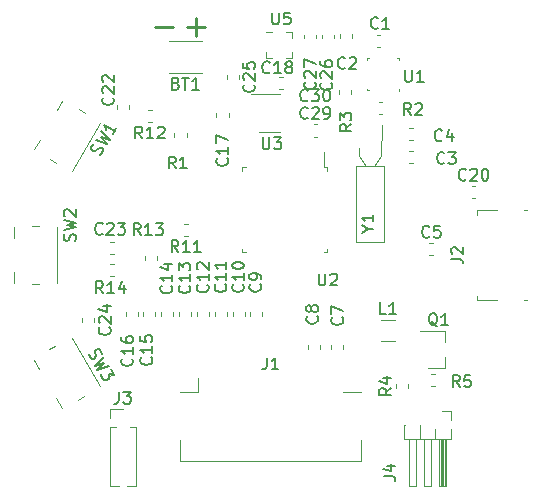
<source format=gbr>
G04 #@! TF.GenerationSoftware,KiCad,Pcbnew,5.1.8-1.fc33*
G04 #@! TF.CreationDate,2020-12-23T22:24:44+01:00*
G04 #@! TF.ProjectId,venom,76656e6f-6d2e-46b6-9963-61645f706362,rev?*
G04 #@! TF.SameCoordinates,Original*
G04 #@! TF.FileFunction,Legend,Top*
G04 #@! TF.FilePolarity,Positive*
%FSLAX46Y46*%
G04 Gerber Fmt 4.6, Leading zero omitted, Abs format (unit mm)*
G04 Created by KiCad (PCBNEW 5.1.8-1.fc33) date 2020-12-23 22:24:44*
%MOMM*%
%LPD*%
G01*
G04 APERTURE LIST*
%ADD10C,0.220000*%
%ADD11C,0.120000*%
%ADD12C,0.100000*%
%ADD13C,0.150000*%
G04 APERTURE END LIST*
D10*
X149728095Y-99482857D02*
X151251904Y-99482857D01*
X152400095Y-99456857D02*
X153923904Y-99456857D01*
X153162000Y-100218761D02*
X153162000Y-98694952D01*
D11*
X168905000Y-110374000D02*
X168910000Y-107797600D01*
X168305000Y-111274000D02*
X168905000Y-110374000D01*
X167005000Y-110374000D02*
X167005000Y-109702600D01*
X167605000Y-111274000D02*
X167005000Y-110374000D01*
X169155000Y-111274000D02*
X166755000Y-111274000D01*
X169155000Y-117674000D02*
X169155000Y-111274000D01*
X166755000Y-117674000D02*
X169155000Y-117674000D01*
X166755000Y-111274000D02*
X166755000Y-117674000D01*
D12*
X170370000Y-104680000D02*
X170370000Y-104930000D01*
X167670000Y-104830000D02*
X167670000Y-104680000D01*
X167820000Y-104830000D02*
X167670000Y-104830000D01*
X167670000Y-102130000D02*
X167820000Y-102130000D01*
X167670000Y-102130000D02*
X167670000Y-102280000D01*
X170370000Y-102130000D02*
X170370000Y-102280000D01*
X170370000Y-102120000D02*
X170220000Y-102120000D01*
D11*
X153350000Y-130410000D02*
X153350000Y-129210000D01*
X167160000Y-136210000D02*
X167160000Y-134470000D01*
X151860000Y-136210000D02*
X167160000Y-136210000D01*
X151860000Y-134470000D02*
X151860000Y-136210000D01*
X165670000Y-130410000D02*
X167160000Y-130410000D01*
X153350000Y-130410000D02*
X151860000Y-130410000D01*
X141370353Y-130919086D02*
X141832853Y-131720160D01*
X141273157Y-126500738D02*
X140796843Y-126775738D01*
X143723157Y-130744262D02*
X143246843Y-131019262D01*
X142687147Y-125799840D02*
X145037147Y-129870160D01*
X139482853Y-127649840D02*
X139945353Y-128450914D01*
X153692064Y-100680000D02*
X150887936Y-100680000D01*
X153692064Y-103400000D02*
X150887936Y-103400000D01*
X168818779Y-101170000D02*
X168493221Y-101170000D01*
X168818779Y-100150000D02*
X168493221Y-100150000D01*
X166420000Y-100422779D02*
X166420000Y-100097221D01*
X165400000Y-100422779D02*
X165400000Y-100097221D01*
X171257221Y-110950000D02*
X171582779Y-110950000D01*
X171257221Y-109930000D02*
X171582779Y-109930000D01*
X171277221Y-108040000D02*
X171602779Y-108040000D01*
X171277221Y-109060000D02*
X171602779Y-109060000D01*
X172967221Y-117770000D02*
X173292779Y-117770000D01*
X172967221Y-118790000D02*
X173292779Y-118790000D01*
X165650000Y-126762779D02*
X165650000Y-126437221D01*
X164630000Y-126762779D02*
X164630000Y-126437221D01*
X163740000Y-126742779D02*
X163740000Y-126417221D01*
X162720000Y-126742779D02*
X162720000Y-126417221D01*
X157810000Y-123942779D02*
X157810000Y-123617221D01*
X158830000Y-123942779D02*
X158830000Y-123617221D01*
X156300000Y-123942779D02*
X156300000Y-123617221D01*
X157320000Y-123942779D02*
X157320000Y-123617221D01*
X155810000Y-123942779D02*
X155810000Y-123617221D01*
X154790000Y-123942779D02*
X154790000Y-123617221D01*
X154300000Y-123932779D02*
X154300000Y-123607221D01*
X153280000Y-123932779D02*
X153280000Y-123607221D01*
X151770000Y-123932779D02*
X151770000Y-123607221D01*
X152790000Y-123932779D02*
X152790000Y-123607221D01*
X151280000Y-123932779D02*
X151280000Y-123607221D01*
X150260000Y-123932779D02*
X150260000Y-123607221D01*
X148750000Y-123932779D02*
X148750000Y-123607221D01*
X149770000Y-123932779D02*
X149770000Y-123607221D01*
X147240000Y-123932779D02*
X147240000Y-123607221D01*
X148260000Y-123932779D02*
X148260000Y-123607221D01*
X155958000Y-106771221D02*
X155958000Y-107096779D01*
X154938000Y-106771221D02*
X154938000Y-107096779D01*
X160563779Y-103688420D02*
X160238221Y-103688420D01*
X160563779Y-104708420D02*
X160238221Y-104708420D01*
X174308040Y-128374260D02*
X172848040Y-128374260D01*
X174308040Y-125214260D02*
X172148040Y-125214260D01*
X174308040Y-125214260D02*
X174308040Y-126144260D01*
X174308040Y-128374260D02*
X174308040Y-127444260D01*
X151382000Y-108439721D02*
X151382000Y-108765279D01*
X152402000Y-108439721D02*
X152402000Y-108765279D01*
X168992779Y-106880000D02*
X168667221Y-106880000D01*
X168992779Y-105860000D02*
X168667221Y-105860000D01*
X166300000Y-105102779D02*
X166300000Y-104777221D01*
X165280000Y-105102779D02*
X165280000Y-104777221D01*
X170106880Y-129676941D02*
X170106880Y-130002499D01*
X171126880Y-129676941D02*
X171126880Y-130002499D01*
X173141421Y-128821720D02*
X173466979Y-128821720D01*
X173141421Y-129841720D02*
X173466979Y-129841720D01*
X139985353Y-109009086D02*
X139522853Y-109810160D01*
X143763157Y-106715738D02*
X143286843Y-106440738D01*
X141313157Y-110959262D02*
X140836843Y-110684262D01*
X145077147Y-107589840D02*
X142727147Y-111660160D01*
X141872853Y-105739840D02*
X141410353Y-106540914D01*
X137760000Y-116430000D02*
X137760000Y-117355000D01*
X141460000Y-116430000D02*
X141460000Y-121130000D01*
X139885000Y-121230000D02*
X139335000Y-121230000D01*
X139885000Y-116330000D02*
X139335000Y-116330000D01*
X137760000Y-120205000D02*
X137760000Y-121130000D01*
X160310000Y-105170000D02*
X157860000Y-105170000D01*
X158510000Y-108390000D02*
X160310000Y-108390000D01*
X181270000Y-122590000D02*
X181010000Y-122590000D01*
X178730000Y-122590000D02*
X176960000Y-122590000D01*
X176960000Y-122590000D02*
X176960000Y-122210000D01*
X176960000Y-114970000D02*
X178730000Y-114970000D01*
X181010000Y-114970000D02*
X181270000Y-114970000D01*
X176960000Y-114970000D02*
X176960000Y-115350000D01*
X152512779Y-116140000D02*
X152187221Y-116140000D01*
X152512779Y-117160000D02*
X152187221Y-117160000D01*
X164020000Y-111330000D02*
X164020000Y-110015000D01*
X164320000Y-111330000D02*
X164020000Y-111330000D01*
X164320000Y-111630000D02*
X164320000Y-111330000D01*
X164320000Y-118550000D02*
X164020000Y-118550000D01*
X164320000Y-118250000D02*
X164320000Y-118550000D01*
X157100000Y-111330000D02*
X157400000Y-111330000D01*
X157100000Y-111630000D02*
X157100000Y-111330000D01*
X157100000Y-118550000D02*
X157400000Y-118550000D01*
X157100000Y-118250000D02*
X157100000Y-118550000D01*
X176537221Y-112940000D02*
X176862779Y-112940000D01*
X176537221Y-113960000D02*
X176862779Y-113960000D01*
X147520000Y-106432779D02*
X147520000Y-106107221D01*
X146500000Y-106432779D02*
X146500000Y-106107221D01*
X146252779Y-118730000D02*
X145927221Y-118730000D01*
X146252779Y-117710000D02*
X145927221Y-117710000D01*
X143580000Y-124107221D02*
X143580000Y-124432779D01*
X144600000Y-124107221D02*
X144600000Y-124432779D01*
X149442779Y-106510000D02*
X149117221Y-106510000D01*
X149442779Y-107530000D02*
X149117221Y-107530000D01*
X148910000Y-119162779D02*
X148910000Y-118837221D01*
X149930000Y-119162779D02*
X149930000Y-118837221D01*
X146252779Y-119520000D02*
X145927221Y-119520000D01*
X146252779Y-120540000D02*
X145927221Y-120540000D01*
X168847936Y-126060000D02*
X170052064Y-126060000D01*
X168847936Y-124240000D02*
X170052064Y-124240000D01*
X145902660Y-131833080D02*
X147012660Y-131833080D01*
X145902660Y-132593080D02*
X145902660Y-131833080D01*
X147576131Y-133353080D02*
X148122660Y-133353080D01*
X145902660Y-133353080D02*
X146449189Y-133353080D01*
X148122660Y-133353080D02*
X148122660Y-138368080D01*
X145902660Y-133353080D02*
X145902660Y-138368080D01*
X147320190Y-138368080D02*
X148122660Y-138368080D01*
X145902660Y-138368080D02*
X146705130Y-138368080D01*
X160800000Y-99900000D02*
X161300000Y-99900000D01*
X161300000Y-99900000D02*
X161300000Y-100400000D01*
X161300000Y-100400000D02*
X161300000Y-100400000D01*
X161300000Y-101600000D02*
X161300000Y-102100000D01*
X161300000Y-102100000D02*
X160800000Y-102100000D01*
X160800000Y-102100000D02*
X160800000Y-102100000D01*
X159600000Y-102100000D02*
X159100000Y-102100000D01*
X159100000Y-102100000D02*
X159100000Y-101600000D01*
X159100000Y-101600000D02*
X159100000Y-101600000D01*
X159600000Y-99900000D02*
X159100000Y-99900000D01*
X159100000Y-99900000D02*
X159100000Y-99900000D01*
X155790000Y-103559420D02*
X155790000Y-103840580D01*
X156810000Y-103559420D02*
X156810000Y-103840580D01*
X163880000Y-100405580D02*
X163880000Y-100124420D01*
X164900000Y-100405580D02*
X164900000Y-100124420D01*
X162360000Y-100400580D02*
X162360000Y-100119420D01*
X163380000Y-100400580D02*
X163380000Y-100119420D01*
X174828740Y-132010880D02*
X174828740Y-132770880D01*
X174068740Y-132010880D02*
X174828740Y-132010880D01*
X171268740Y-138330880D02*
X171268740Y-134330880D01*
X171788740Y-138330880D02*
X171268740Y-138330880D01*
X171788740Y-134330880D02*
X171788740Y-138330880D01*
X172179063Y-133210880D02*
X172148417Y-133210880D01*
X172163740Y-133210880D02*
X172163740Y-134330880D01*
X172538740Y-138330880D02*
X172538740Y-134330880D01*
X173058740Y-138330880D02*
X172538740Y-138330880D01*
X173058740Y-134330880D02*
X173058740Y-138330880D01*
X173433740Y-133530880D02*
X173433740Y-134330880D01*
X173908740Y-134330880D02*
X173908740Y-138330880D01*
X174028740Y-134330880D02*
X174028740Y-138330880D01*
X174148740Y-134330880D02*
X174148740Y-138330880D01*
X174268740Y-134330880D02*
X174268740Y-138330880D01*
X173808740Y-138330880D02*
X173808740Y-134330880D01*
X174328740Y-138330880D02*
X173808740Y-138330880D01*
X174328740Y-134330880D02*
X174328740Y-138330880D01*
X170833740Y-133210880D02*
X170909063Y-133210880D01*
X170833740Y-134330880D02*
X170833740Y-133210880D01*
X174763740Y-134330880D02*
X170833740Y-134330880D01*
X174763740Y-133530880D02*
X174763740Y-134330880D01*
X163153480Y-107727020D02*
X163434640Y-107727020D01*
X163153480Y-108747020D02*
X163434640Y-108747020D01*
X163153480Y-107245880D02*
X163434640Y-107245880D01*
X163153480Y-106225880D02*
X163434640Y-106225880D01*
D13*
X167743190Y-116554190D02*
X168219380Y-116554190D01*
X167219380Y-116887523D02*
X167743190Y-116554190D01*
X167219380Y-116220857D01*
X168219380Y-115363714D02*
X168219380Y-115935142D01*
X168219380Y-115649428D02*
X167219380Y-115649428D01*
X167362238Y-115744666D01*
X167457476Y-115839904D01*
X167505095Y-115935142D01*
X170898095Y-103122380D02*
X170898095Y-103931904D01*
X170945714Y-104027142D01*
X170993333Y-104074761D01*
X171088571Y-104122380D01*
X171279047Y-104122380D01*
X171374285Y-104074761D01*
X171421904Y-104027142D01*
X171469523Y-103931904D01*
X171469523Y-103122380D01*
X172469523Y-104122380D02*
X171898095Y-104122380D01*
X172183809Y-104122380D02*
X172183809Y-103122380D01*
X172088571Y-103265238D01*
X171993333Y-103360476D01*
X171898095Y-103408095D01*
X159176666Y-127462380D02*
X159176666Y-128176666D01*
X159129047Y-128319523D01*
X159033809Y-128414761D01*
X158890952Y-128462380D01*
X158795714Y-128462380D01*
X160176666Y-128462380D02*
X159605238Y-128462380D01*
X159890952Y-128462380D02*
X159890952Y-127462380D01*
X159795714Y-127605238D01*
X159700476Y-127700476D01*
X159605238Y-127748095D01*
X144142799Y-127127680D02*
X144172988Y-127275207D01*
X144292036Y-127481404D01*
X144380894Y-127540073D01*
X144445943Y-127557503D01*
X144552231Y-127551123D01*
X144634710Y-127503504D01*
X144693379Y-127414646D01*
X144710808Y-127349597D01*
X144704429Y-127243309D01*
X144650430Y-127054542D01*
X144644050Y-126948254D01*
X144661480Y-126883205D01*
X144720149Y-126794347D01*
X144802628Y-126746728D01*
X144908916Y-126740348D01*
X144973965Y-126757778D01*
X145062823Y-126816447D01*
X145181871Y-127022643D01*
X145212060Y-127170171D01*
X145419966Y-127435036D02*
X144672988Y-128141233D01*
X145386816Y-127949047D01*
X144863464Y-128471147D01*
X145848537Y-128177344D01*
X145991394Y-128424780D02*
X146300918Y-128960891D01*
X145804337Y-128862692D01*
X145875766Y-128986409D01*
X145882145Y-129092698D01*
X145864716Y-129157746D01*
X145806047Y-129246605D01*
X145599850Y-129365652D01*
X145493562Y-129372032D01*
X145428513Y-129354602D01*
X145339655Y-129295933D01*
X145196798Y-129048497D01*
X145190418Y-128942209D01*
X145207848Y-128877161D01*
X151504285Y-104248571D02*
X151647142Y-104296190D01*
X151694761Y-104343809D01*
X151742380Y-104439047D01*
X151742380Y-104581904D01*
X151694761Y-104677142D01*
X151647142Y-104724761D01*
X151551904Y-104772380D01*
X151170952Y-104772380D01*
X151170952Y-103772380D01*
X151504285Y-103772380D01*
X151599523Y-103820000D01*
X151647142Y-103867619D01*
X151694761Y-103962857D01*
X151694761Y-104058095D01*
X151647142Y-104153333D01*
X151599523Y-104200952D01*
X151504285Y-104248571D01*
X151170952Y-104248571D01*
X152028095Y-103772380D02*
X152599523Y-103772380D01*
X152313809Y-104772380D02*
X152313809Y-103772380D01*
X153456666Y-104772380D02*
X152885238Y-104772380D01*
X153170952Y-104772380D02*
X153170952Y-103772380D01*
X153075714Y-103915238D01*
X152980476Y-104010476D01*
X152885238Y-104058095D01*
X168603333Y-99547142D02*
X168555714Y-99594761D01*
X168412857Y-99642380D01*
X168317619Y-99642380D01*
X168174761Y-99594761D01*
X168079523Y-99499523D01*
X168031904Y-99404285D01*
X167984285Y-99213809D01*
X167984285Y-99070952D01*
X168031904Y-98880476D01*
X168079523Y-98785238D01*
X168174761Y-98690000D01*
X168317619Y-98642380D01*
X168412857Y-98642380D01*
X168555714Y-98690000D01*
X168603333Y-98737619D01*
X169555714Y-99642380D02*
X168984285Y-99642380D01*
X169270000Y-99642380D02*
X169270000Y-98642380D01*
X169174761Y-98785238D01*
X169079523Y-98880476D01*
X168984285Y-98928095D01*
X165823333Y-102937142D02*
X165775714Y-102984761D01*
X165632857Y-103032380D01*
X165537619Y-103032380D01*
X165394761Y-102984761D01*
X165299523Y-102889523D01*
X165251904Y-102794285D01*
X165204285Y-102603809D01*
X165204285Y-102460952D01*
X165251904Y-102270476D01*
X165299523Y-102175238D01*
X165394761Y-102080000D01*
X165537619Y-102032380D01*
X165632857Y-102032380D01*
X165775714Y-102080000D01*
X165823333Y-102127619D01*
X166204285Y-102127619D02*
X166251904Y-102080000D01*
X166347142Y-102032380D01*
X166585238Y-102032380D01*
X166680476Y-102080000D01*
X166728095Y-102127619D01*
X166775714Y-102222857D01*
X166775714Y-102318095D01*
X166728095Y-102460952D01*
X166156666Y-103032380D01*
X166775714Y-103032380D01*
X174233333Y-110967142D02*
X174185714Y-111014761D01*
X174042857Y-111062380D01*
X173947619Y-111062380D01*
X173804761Y-111014761D01*
X173709523Y-110919523D01*
X173661904Y-110824285D01*
X173614285Y-110633809D01*
X173614285Y-110490952D01*
X173661904Y-110300476D01*
X173709523Y-110205238D01*
X173804761Y-110110000D01*
X173947619Y-110062380D01*
X174042857Y-110062380D01*
X174185714Y-110110000D01*
X174233333Y-110157619D01*
X174566666Y-110062380D02*
X175185714Y-110062380D01*
X174852380Y-110443333D01*
X174995238Y-110443333D01*
X175090476Y-110490952D01*
X175138095Y-110538571D01*
X175185714Y-110633809D01*
X175185714Y-110871904D01*
X175138095Y-110967142D01*
X175090476Y-111014761D01*
X174995238Y-111062380D01*
X174709523Y-111062380D01*
X174614285Y-111014761D01*
X174566666Y-110967142D01*
X174033333Y-109047142D02*
X173985714Y-109094761D01*
X173842857Y-109142380D01*
X173747619Y-109142380D01*
X173604761Y-109094761D01*
X173509523Y-108999523D01*
X173461904Y-108904285D01*
X173414285Y-108713809D01*
X173414285Y-108570952D01*
X173461904Y-108380476D01*
X173509523Y-108285238D01*
X173604761Y-108190000D01*
X173747619Y-108142380D01*
X173842857Y-108142380D01*
X173985714Y-108190000D01*
X174033333Y-108237619D01*
X174890476Y-108475714D02*
X174890476Y-109142380D01*
X174652380Y-108094761D02*
X174414285Y-108809047D01*
X175033333Y-108809047D01*
X172963333Y-117207142D02*
X172915714Y-117254761D01*
X172772857Y-117302380D01*
X172677619Y-117302380D01*
X172534761Y-117254761D01*
X172439523Y-117159523D01*
X172391904Y-117064285D01*
X172344285Y-116873809D01*
X172344285Y-116730952D01*
X172391904Y-116540476D01*
X172439523Y-116445238D01*
X172534761Y-116350000D01*
X172677619Y-116302380D01*
X172772857Y-116302380D01*
X172915714Y-116350000D01*
X172963333Y-116397619D01*
X173868095Y-116302380D02*
X173391904Y-116302380D01*
X173344285Y-116778571D01*
X173391904Y-116730952D01*
X173487142Y-116683333D01*
X173725238Y-116683333D01*
X173820476Y-116730952D01*
X173868095Y-116778571D01*
X173915714Y-116873809D01*
X173915714Y-117111904D01*
X173868095Y-117207142D01*
X173820476Y-117254761D01*
X173725238Y-117302380D01*
X173487142Y-117302380D01*
X173391904Y-117254761D01*
X173344285Y-117207142D01*
X165567142Y-124066666D02*
X165614761Y-124114285D01*
X165662380Y-124257142D01*
X165662380Y-124352380D01*
X165614761Y-124495238D01*
X165519523Y-124590476D01*
X165424285Y-124638095D01*
X165233809Y-124685714D01*
X165090952Y-124685714D01*
X164900476Y-124638095D01*
X164805238Y-124590476D01*
X164710000Y-124495238D01*
X164662380Y-124352380D01*
X164662380Y-124257142D01*
X164710000Y-124114285D01*
X164757619Y-124066666D01*
X164662380Y-123733333D02*
X164662380Y-123066666D01*
X165662380Y-123495238D01*
X163447142Y-123966666D02*
X163494761Y-124014285D01*
X163542380Y-124157142D01*
X163542380Y-124252380D01*
X163494761Y-124395238D01*
X163399523Y-124490476D01*
X163304285Y-124538095D01*
X163113809Y-124585714D01*
X162970952Y-124585714D01*
X162780476Y-124538095D01*
X162685238Y-124490476D01*
X162590000Y-124395238D01*
X162542380Y-124252380D01*
X162542380Y-124157142D01*
X162590000Y-124014285D01*
X162637619Y-123966666D01*
X162970952Y-123395238D02*
X162923333Y-123490476D01*
X162875714Y-123538095D01*
X162780476Y-123585714D01*
X162732857Y-123585714D01*
X162637619Y-123538095D01*
X162590000Y-123490476D01*
X162542380Y-123395238D01*
X162542380Y-123204761D01*
X162590000Y-123109523D01*
X162637619Y-123061904D01*
X162732857Y-123014285D01*
X162780476Y-123014285D01*
X162875714Y-123061904D01*
X162923333Y-123109523D01*
X162970952Y-123204761D01*
X162970952Y-123395238D01*
X163018571Y-123490476D01*
X163066190Y-123538095D01*
X163161428Y-123585714D01*
X163351904Y-123585714D01*
X163447142Y-123538095D01*
X163494761Y-123490476D01*
X163542380Y-123395238D01*
X163542380Y-123204761D01*
X163494761Y-123109523D01*
X163447142Y-123061904D01*
X163351904Y-123014285D01*
X163161428Y-123014285D01*
X163066190Y-123061904D01*
X163018571Y-123109523D01*
X162970952Y-123204761D01*
X158637142Y-121256666D02*
X158684761Y-121304285D01*
X158732380Y-121447142D01*
X158732380Y-121542380D01*
X158684761Y-121685238D01*
X158589523Y-121780476D01*
X158494285Y-121828095D01*
X158303809Y-121875714D01*
X158160952Y-121875714D01*
X157970476Y-121828095D01*
X157875238Y-121780476D01*
X157780000Y-121685238D01*
X157732380Y-121542380D01*
X157732380Y-121447142D01*
X157780000Y-121304285D01*
X157827619Y-121256666D01*
X158732380Y-120780476D02*
X158732380Y-120590000D01*
X158684761Y-120494761D01*
X158637142Y-120447142D01*
X158494285Y-120351904D01*
X158303809Y-120304285D01*
X157922857Y-120304285D01*
X157827619Y-120351904D01*
X157780000Y-120399523D01*
X157732380Y-120494761D01*
X157732380Y-120685238D01*
X157780000Y-120780476D01*
X157827619Y-120828095D01*
X157922857Y-120875714D01*
X158160952Y-120875714D01*
X158256190Y-120828095D01*
X158303809Y-120780476D01*
X158351428Y-120685238D01*
X158351428Y-120494761D01*
X158303809Y-120399523D01*
X158256190Y-120351904D01*
X158160952Y-120304285D01*
X157167142Y-121272857D02*
X157214761Y-121320476D01*
X157262380Y-121463333D01*
X157262380Y-121558571D01*
X157214761Y-121701428D01*
X157119523Y-121796666D01*
X157024285Y-121844285D01*
X156833809Y-121891904D01*
X156690952Y-121891904D01*
X156500476Y-121844285D01*
X156405238Y-121796666D01*
X156310000Y-121701428D01*
X156262380Y-121558571D01*
X156262380Y-121463333D01*
X156310000Y-121320476D01*
X156357619Y-121272857D01*
X157262380Y-120320476D02*
X157262380Y-120891904D01*
X157262380Y-120606190D02*
X156262380Y-120606190D01*
X156405238Y-120701428D01*
X156500476Y-120796666D01*
X156548095Y-120891904D01*
X156262380Y-119701428D02*
X156262380Y-119606190D01*
X156310000Y-119510952D01*
X156357619Y-119463333D01*
X156452857Y-119415714D01*
X156643333Y-119368095D01*
X156881428Y-119368095D01*
X157071904Y-119415714D01*
X157167142Y-119463333D01*
X157214761Y-119510952D01*
X157262380Y-119606190D01*
X157262380Y-119701428D01*
X157214761Y-119796666D01*
X157167142Y-119844285D01*
X157071904Y-119891904D01*
X156881428Y-119939523D01*
X156643333Y-119939523D01*
X156452857Y-119891904D01*
X156357619Y-119844285D01*
X156310000Y-119796666D01*
X156262380Y-119701428D01*
X155677142Y-121272857D02*
X155724761Y-121320476D01*
X155772380Y-121463333D01*
X155772380Y-121558571D01*
X155724761Y-121701428D01*
X155629523Y-121796666D01*
X155534285Y-121844285D01*
X155343809Y-121891904D01*
X155200952Y-121891904D01*
X155010476Y-121844285D01*
X154915238Y-121796666D01*
X154820000Y-121701428D01*
X154772380Y-121558571D01*
X154772380Y-121463333D01*
X154820000Y-121320476D01*
X154867619Y-121272857D01*
X155772380Y-120320476D02*
X155772380Y-120891904D01*
X155772380Y-120606190D02*
X154772380Y-120606190D01*
X154915238Y-120701428D01*
X155010476Y-120796666D01*
X155058095Y-120891904D01*
X155772380Y-119368095D02*
X155772380Y-119939523D01*
X155772380Y-119653809D02*
X154772380Y-119653809D01*
X154915238Y-119749047D01*
X155010476Y-119844285D01*
X155058095Y-119939523D01*
X154167142Y-121302857D02*
X154214761Y-121350476D01*
X154262380Y-121493333D01*
X154262380Y-121588571D01*
X154214761Y-121731428D01*
X154119523Y-121826666D01*
X154024285Y-121874285D01*
X153833809Y-121921904D01*
X153690952Y-121921904D01*
X153500476Y-121874285D01*
X153405238Y-121826666D01*
X153310000Y-121731428D01*
X153262380Y-121588571D01*
X153262380Y-121493333D01*
X153310000Y-121350476D01*
X153357619Y-121302857D01*
X154262380Y-120350476D02*
X154262380Y-120921904D01*
X154262380Y-120636190D02*
X153262380Y-120636190D01*
X153405238Y-120731428D01*
X153500476Y-120826666D01*
X153548095Y-120921904D01*
X153357619Y-119969523D02*
X153310000Y-119921904D01*
X153262380Y-119826666D01*
X153262380Y-119588571D01*
X153310000Y-119493333D01*
X153357619Y-119445714D01*
X153452857Y-119398095D01*
X153548095Y-119398095D01*
X153690952Y-119445714D01*
X154262380Y-120017142D01*
X154262380Y-119398095D01*
X152637142Y-121372857D02*
X152684761Y-121420476D01*
X152732380Y-121563333D01*
X152732380Y-121658571D01*
X152684761Y-121801428D01*
X152589523Y-121896666D01*
X152494285Y-121944285D01*
X152303809Y-121991904D01*
X152160952Y-121991904D01*
X151970476Y-121944285D01*
X151875238Y-121896666D01*
X151780000Y-121801428D01*
X151732380Y-121658571D01*
X151732380Y-121563333D01*
X151780000Y-121420476D01*
X151827619Y-121372857D01*
X152732380Y-120420476D02*
X152732380Y-120991904D01*
X152732380Y-120706190D02*
X151732380Y-120706190D01*
X151875238Y-120801428D01*
X151970476Y-120896666D01*
X152018095Y-120991904D01*
X151732380Y-120087142D02*
X151732380Y-119468095D01*
X152113333Y-119801428D01*
X152113333Y-119658571D01*
X152160952Y-119563333D01*
X152208571Y-119515714D01*
X152303809Y-119468095D01*
X152541904Y-119468095D01*
X152637142Y-119515714D01*
X152684761Y-119563333D01*
X152732380Y-119658571D01*
X152732380Y-119944285D01*
X152684761Y-120039523D01*
X152637142Y-120087142D01*
X151097142Y-121382857D02*
X151144761Y-121430476D01*
X151192380Y-121573333D01*
X151192380Y-121668571D01*
X151144761Y-121811428D01*
X151049523Y-121906666D01*
X150954285Y-121954285D01*
X150763809Y-122001904D01*
X150620952Y-122001904D01*
X150430476Y-121954285D01*
X150335238Y-121906666D01*
X150240000Y-121811428D01*
X150192380Y-121668571D01*
X150192380Y-121573333D01*
X150240000Y-121430476D01*
X150287619Y-121382857D01*
X151192380Y-120430476D02*
X151192380Y-121001904D01*
X151192380Y-120716190D02*
X150192380Y-120716190D01*
X150335238Y-120811428D01*
X150430476Y-120906666D01*
X150478095Y-121001904D01*
X150525714Y-119573333D02*
X151192380Y-119573333D01*
X150144761Y-119811428D02*
X150859047Y-120049523D01*
X150859047Y-119430476D01*
X149407142Y-127452857D02*
X149454761Y-127500476D01*
X149502380Y-127643333D01*
X149502380Y-127738571D01*
X149454761Y-127881428D01*
X149359523Y-127976666D01*
X149264285Y-128024285D01*
X149073809Y-128071904D01*
X148930952Y-128071904D01*
X148740476Y-128024285D01*
X148645238Y-127976666D01*
X148550000Y-127881428D01*
X148502380Y-127738571D01*
X148502380Y-127643333D01*
X148550000Y-127500476D01*
X148597619Y-127452857D01*
X149502380Y-126500476D02*
X149502380Y-127071904D01*
X149502380Y-126786190D02*
X148502380Y-126786190D01*
X148645238Y-126881428D01*
X148740476Y-126976666D01*
X148788095Y-127071904D01*
X148502380Y-125595714D02*
X148502380Y-126071904D01*
X148978571Y-126119523D01*
X148930952Y-126071904D01*
X148883333Y-125976666D01*
X148883333Y-125738571D01*
X148930952Y-125643333D01*
X148978571Y-125595714D01*
X149073809Y-125548095D01*
X149311904Y-125548095D01*
X149407142Y-125595714D01*
X149454761Y-125643333D01*
X149502380Y-125738571D01*
X149502380Y-125976666D01*
X149454761Y-126071904D01*
X149407142Y-126119523D01*
X147777142Y-127552857D02*
X147824761Y-127600476D01*
X147872380Y-127743333D01*
X147872380Y-127838571D01*
X147824761Y-127981428D01*
X147729523Y-128076666D01*
X147634285Y-128124285D01*
X147443809Y-128171904D01*
X147300952Y-128171904D01*
X147110476Y-128124285D01*
X147015238Y-128076666D01*
X146920000Y-127981428D01*
X146872380Y-127838571D01*
X146872380Y-127743333D01*
X146920000Y-127600476D01*
X146967619Y-127552857D01*
X147872380Y-126600476D02*
X147872380Y-127171904D01*
X147872380Y-126886190D02*
X146872380Y-126886190D01*
X147015238Y-126981428D01*
X147110476Y-127076666D01*
X147158095Y-127171904D01*
X146872380Y-125743333D02*
X146872380Y-125933809D01*
X146920000Y-126029047D01*
X146967619Y-126076666D01*
X147110476Y-126171904D01*
X147300952Y-126219523D01*
X147681904Y-126219523D01*
X147777142Y-126171904D01*
X147824761Y-126124285D01*
X147872380Y-126029047D01*
X147872380Y-125838571D01*
X147824761Y-125743333D01*
X147777142Y-125695714D01*
X147681904Y-125648095D01*
X147443809Y-125648095D01*
X147348571Y-125695714D01*
X147300952Y-125743333D01*
X147253333Y-125838571D01*
X147253333Y-126029047D01*
X147300952Y-126124285D01*
X147348571Y-126171904D01*
X147443809Y-126219523D01*
X155825142Y-110596857D02*
X155872761Y-110644476D01*
X155920380Y-110787333D01*
X155920380Y-110882571D01*
X155872761Y-111025428D01*
X155777523Y-111120666D01*
X155682285Y-111168285D01*
X155491809Y-111215904D01*
X155348952Y-111215904D01*
X155158476Y-111168285D01*
X155063238Y-111120666D01*
X154968000Y-111025428D01*
X154920380Y-110882571D01*
X154920380Y-110787333D01*
X154968000Y-110644476D01*
X155015619Y-110596857D01*
X155920380Y-109644476D02*
X155920380Y-110215904D01*
X155920380Y-109930190D02*
X154920380Y-109930190D01*
X155063238Y-110025428D01*
X155158476Y-110120666D01*
X155206095Y-110215904D01*
X154920380Y-109311142D02*
X154920380Y-108644476D01*
X155920380Y-109073047D01*
X159438102Y-103295722D02*
X159390483Y-103343341D01*
X159247626Y-103390960D01*
X159152388Y-103390960D01*
X159009531Y-103343341D01*
X158914293Y-103248103D01*
X158866674Y-103152865D01*
X158819055Y-102962389D01*
X158819055Y-102819532D01*
X158866674Y-102629056D01*
X158914293Y-102533818D01*
X159009531Y-102438580D01*
X159152388Y-102390960D01*
X159247626Y-102390960D01*
X159390483Y-102438580D01*
X159438102Y-102486199D01*
X160390483Y-103390960D02*
X159819055Y-103390960D01*
X160104769Y-103390960D02*
X160104769Y-102390960D01*
X160009531Y-102533818D01*
X159914293Y-102629056D01*
X159819055Y-102676675D01*
X160961912Y-102819532D02*
X160866674Y-102771913D01*
X160819055Y-102724294D01*
X160771436Y-102629056D01*
X160771436Y-102581437D01*
X160819055Y-102486199D01*
X160866674Y-102438580D01*
X160961912Y-102390960D01*
X161152388Y-102390960D01*
X161247626Y-102438580D01*
X161295245Y-102486199D01*
X161342864Y-102581437D01*
X161342864Y-102629056D01*
X161295245Y-102724294D01*
X161247626Y-102771913D01*
X161152388Y-102819532D01*
X160961912Y-102819532D01*
X160866674Y-102867151D01*
X160819055Y-102914770D01*
X160771436Y-103010008D01*
X160771436Y-103200484D01*
X160819055Y-103295722D01*
X160866674Y-103343341D01*
X160961912Y-103390960D01*
X161152388Y-103390960D01*
X161247626Y-103343341D01*
X161295245Y-103295722D01*
X161342864Y-103200484D01*
X161342864Y-103010008D01*
X161295245Y-102914770D01*
X161247626Y-102867151D01*
X161152388Y-102819532D01*
X173640761Y-124799339D02*
X173545523Y-124751720D01*
X173450285Y-124656481D01*
X173307428Y-124513624D01*
X173212190Y-124466005D01*
X173116952Y-124466005D01*
X173164571Y-124704100D02*
X173069333Y-124656481D01*
X172974095Y-124561243D01*
X172926476Y-124370767D01*
X172926476Y-124037434D01*
X172974095Y-123846958D01*
X173069333Y-123751720D01*
X173164571Y-123704100D01*
X173355047Y-123704100D01*
X173450285Y-123751720D01*
X173545523Y-123846958D01*
X173593142Y-124037434D01*
X173593142Y-124370767D01*
X173545523Y-124561243D01*
X173450285Y-124656481D01*
X173355047Y-124704100D01*
X173164571Y-124704100D01*
X174545523Y-124704100D02*
X173974095Y-124704100D01*
X174259809Y-124704100D02*
X174259809Y-123704100D01*
X174164571Y-123846958D01*
X174069333Y-123942196D01*
X173974095Y-123989815D01*
X151471333Y-111450380D02*
X151138000Y-110974190D01*
X150899904Y-111450380D02*
X150899904Y-110450380D01*
X151280857Y-110450380D01*
X151376095Y-110498000D01*
X151423714Y-110545619D01*
X151471333Y-110640857D01*
X151471333Y-110783714D01*
X151423714Y-110878952D01*
X151376095Y-110926571D01*
X151280857Y-110974190D01*
X150899904Y-110974190D01*
X152423714Y-111450380D02*
X151852285Y-111450380D01*
X152138000Y-111450380D02*
X152138000Y-110450380D01*
X152042761Y-110593238D01*
X151947523Y-110688476D01*
X151852285Y-110736095D01*
X171403333Y-106922380D02*
X171070000Y-106446190D01*
X170831904Y-106922380D02*
X170831904Y-105922380D01*
X171212857Y-105922380D01*
X171308095Y-105970000D01*
X171355714Y-106017619D01*
X171403333Y-106112857D01*
X171403333Y-106255714D01*
X171355714Y-106350952D01*
X171308095Y-106398571D01*
X171212857Y-106446190D01*
X170831904Y-106446190D01*
X171784285Y-106017619D02*
X171831904Y-105970000D01*
X171927142Y-105922380D01*
X172165238Y-105922380D01*
X172260476Y-105970000D01*
X172308095Y-106017619D01*
X172355714Y-106112857D01*
X172355714Y-106208095D01*
X172308095Y-106350952D01*
X171736666Y-106922380D01*
X172355714Y-106922380D01*
X166362380Y-107686666D02*
X165886190Y-108020000D01*
X166362380Y-108258095D02*
X165362380Y-108258095D01*
X165362380Y-107877142D01*
X165410000Y-107781904D01*
X165457619Y-107734285D01*
X165552857Y-107686666D01*
X165695714Y-107686666D01*
X165790952Y-107734285D01*
X165838571Y-107781904D01*
X165886190Y-107877142D01*
X165886190Y-108258095D01*
X165362380Y-107353333D02*
X165362380Y-106734285D01*
X165743333Y-107067619D01*
X165743333Y-106924761D01*
X165790952Y-106829523D01*
X165838571Y-106781904D01*
X165933809Y-106734285D01*
X166171904Y-106734285D01*
X166267142Y-106781904D01*
X166314761Y-106829523D01*
X166362380Y-106924761D01*
X166362380Y-107210476D01*
X166314761Y-107305714D01*
X166267142Y-107353333D01*
X169725600Y-130041946D02*
X169249410Y-130375280D01*
X169725600Y-130613375D02*
X168725600Y-130613375D01*
X168725600Y-130232422D01*
X168773220Y-130137184D01*
X168820839Y-130089565D01*
X168916077Y-130041946D01*
X169058934Y-130041946D01*
X169154172Y-130089565D01*
X169201791Y-130137184D01*
X169249410Y-130232422D01*
X169249410Y-130613375D01*
X169058934Y-129184803D02*
X169725600Y-129184803D01*
X168677981Y-129422899D02*
X169392267Y-129660994D01*
X169392267Y-129041946D01*
X175527533Y-129954100D02*
X175194200Y-129477910D01*
X174956104Y-129954100D02*
X174956104Y-128954100D01*
X175337057Y-128954100D01*
X175432295Y-129001720D01*
X175479914Y-129049339D01*
X175527533Y-129144577D01*
X175527533Y-129287434D01*
X175479914Y-129382672D01*
X175432295Y-129430291D01*
X175337057Y-129477910D01*
X174956104Y-129477910D01*
X176432295Y-128954100D02*
X175956104Y-128954100D01*
X175908485Y-129430291D01*
X175956104Y-129382672D01*
X176051342Y-129335053D01*
X176289438Y-129335053D01*
X176384676Y-129382672D01*
X176432295Y-129430291D01*
X176479914Y-129525529D01*
X176479914Y-129763624D01*
X176432295Y-129858862D01*
X176384676Y-129906481D01*
X176289438Y-129954100D01*
X176051342Y-129954100D01*
X175956104Y-129906481D01*
X175908485Y-129858862D01*
X145083867Y-110307081D02*
X145196535Y-110207173D01*
X145315582Y-110000976D01*
X145321962Y-109894688D01*
X145304532Y-109829639D01*
X145245863Y-109740781D01*
X145163385Y-109693162D01*
X145057097Y-109686782D01*
X144992048Y-109704212D01*
X144903189Y-109762881D01*
X144766712Y-109904029D01*
X144677854Y-109962698D01*
X144612805Y-109980127D01*
X144506517Y-109973748D01*
X144424038Y-109926129D01*
X144365369Y-109837270D01*
X144347939Y-109772221D01*
X144354319Y-109665933D01*
X144473367Y-109459737D01*
X144586034Y-109359828D01*
X144711462Y-109047344D02*
X145696535Y-109341147D01*
X145173183Y-108819047D01*
X145887011Y-109011233D01*
X145140033Y-108305036D01*
X146458440Y-108021489D02*
X146172725Y-108516361D01*
X146315582Y-108268925D02*
X145449557Y-107768925D01*
X145525656Y-107922832D01*
X145560515Y-108052930D01*
X145554136Y-108159218D01*
X142954761Y-117583333D02*
X143002380Y-117440476D01*
X143002380Y-117202380D01*
X142954761Y-117107142D01*
X142907142Y-117059523D01*
X142811904Y-117011904D01*
X142716666Y-117011904D01*
X142621428Y-117059523D01*
X142573809Y-117107142D01*
X142526190Y-117202380D01*
X142478571Y-117392857D01*
X142430952Y-117488095D01*
X142383333Y-117535714D01*
X142288095Y-117583333D01*
X142192857Y-117583333D01*
X142097619Y-117535714D01*
X142050000Y-117488095D01*
X142002380Y-117392857D01*
X142002380Y-117154761D01*
X142050000Y-117011904D01*
X142002380Y-116678571D02*
X143002380Y-116440476D01*
X142288095Y-116250000D01*
X143002380Y-116059523D01*
X142002380Y-115821428D01*
X142097619Y-115488095D02*
X142050000Y-115440476D01*
X142002380Y-115345238D01*
X142002380Y-115107142D01*
X142050000Y-115011904D01*
X142097619Y-114964285D01*
X142192857Y-114916666D01*
X142288095Y-114916666D01*
X142430952Y-114964285D01*
X143002380Y-115535714D01*
X143002380Y-114916666D01*
X158854235Y-108812080D02*
X158854235Y-109621604D01*
X158901854Y-109716842D01*
X158949473Y-109764461D01*
X159044711Y-109812080D01*
X159235187Y-109812080D01*
X159330425Y-109764461D01*
X159378044Y-109716842D01*
X159425663Y-109621604D01*
X159425663Y-108812080D01*
X159806616Y-108812080D02*
X160425663Y-108812080D01*
X160092330Y-109193033D01*
X160235187Y-109193033D01*
X160330425Y-109240652D01*
X160378044Y-109288271D01*
X160425663Y-109383509D01*
X160425663Y-109621604D01*
X160378044Y-109716842D01*
X160330425Y-109764461D01*
X160235187Y-109812080D01*
X159949473Y-109812080D01*
X159854235Y-109764461D01*
X159806616Y-109716842D01*
X174822380Y-119113333D02*
X175536666Y-119113333D01*
X175679523Y-119160952D01*
X175774761Y-119256190D01*
X175822380Y-119399047D01*
X175822380Y-119494285D01*
X174917619Y-118684761D02*
X174870000Y-118637142D01*
X174822380Y-118541904D01*
X174822380Y-118303809D01*
X174870000Y-118208571D01*
X174917619Y-118160952D01*
X175012857Y-118113333D01*
X175108095Y-118113333D01*
X175250952Y-118160952D01*
X175822380Y-118732380D01*
X175822380Y-118113333D01*
X151707142Y-118532380D02*
X151373809Y-118056190D01*
X151135714Y-118532380D02*
X151135714Y-117532380D01*
X151516666Y-117532380D01*
X151611904Y-117580000D01*
X151659523Y-117627619D01*
X151707142Y-117722857D01*
X151707142Y-117865714D01*
X151659523Y-117960952D01*
X151611904Y-118008571D01*
X151516666Y-118056190D01*
X151135714Y-118056190D01*
X152659523Y-118532380D02*
X152088095Y-118532380D01*
X152373809Y-118532380D02*
X152373809Y-117532380D01*
X152278571Y-117675238D01*
X152183333Y-117770476D01*
X152088095Y-117818095D01*
X153611904Y-118532380D02*
X153040476Y-118532380D01*
X153326190Y-118532380D02*
X153326190Y-117532380D01*
X153230952Y-117675238D01*
X153135714Y-117770476D01*
X153040476Y-117818095D01*
X163576095Y-120356380D02*
X163576095Y-121165904D01*
X163623714Y-121261142D01*
X163671333Y-121308761D01*
X163766571Y-121356380D01*
X163957047Y-121356380D01*
X164052285Y-121308761D01*
X164099904Y-121261142D01*
X164147523Y-121165904D01*
X164147523Y-120356380D01*
X164576095Y-120451619D02*
X164623714Y-120404000D01*
X164718952Y-120356380D01*
X164957047Y-120356380D01*
X165052285Y-120404000D01*
X165099904Y-120451619D01*
X165147523Y-120546857D01*
X165147523Y-120642095D01*
X165099904Y-120784952D01*
X164528476Y-121356380D01*
X165147523Y-121356380D01*
X176057142Y-112377142D02*
X176009523Y-112424761D01*
X175866666Y-112472380D01*
X175771428Y-112472380D01*
X175628571Y-112424761D01*
X175533333Y-112329523D01*
X175485714Y-112234285D01*
X175438095Y-112043809D01*
X175438095Y-111900952D01*
X175485714Y-111710476D01*
X175533333Y-111615238D01*
X175628571Y-111520000D01*
X175771428Y-111472380D01*
X175866666Y-111472380D01*
X176009523Y-111520000D01*
X176057142Y-111567619D01*
X176438095Y-111567619D02*
X176485714Y-111520000D01*
X176580952Y-111472380D01*
X176819047Y-111472380D01*
X176914285Y-111520000D01*
X176961904Y-111567619D01*
X177009523Y-111662857D01*
X177009523Y-111758095D01*
X176961904Y-111900952D01*
X176390476Y-112472380D01*
X177009523Y-112472380D01*
X177628571Y-111472380D02*
X177723809Y-111472380D01*
X177819047Y-111520000D01*
X177866666Y-111567619D01*
X177914285Y-111662857D01*
X177961904Y-111853333D01*
X177961904Y-112091428D01*
X177914285Y-112281904D01*
X177866666Y-112377142D01*
X177819047Y-112424761D01*
X177723809Y-112472380D01*
X177628571Y-112472380D01*
X177533333Y-112424761D01*
X177485714Y-112377142D01*
X177438095Y-112281904D01*
X177390476Y-112091428D01*
X177390476Y-111853333D01*
X177438095Y-111662857D01*
X177485714Y-111567619D01*
X177533333Y-111520000D01*
X177628571Y-111472380D01*
X146167142Y-105452857D02*
X146214761Y-105500476D01*
X146262380Y-105643333D01*
X146262380Y-105738571D01*
X146214761Y-105881428D01*
X146119523Y-105976666D01*
X146024285Y-106024285D01*
X145833809Y-106071904D01*
X145690952Y-106071904D01*
X145500476Y-106024285D01*
X145405238Y-105976666D01*
X145310000Y-105881428D01*
X145262380Y-105738571D01*
X145262380Y-105643333D01*
X145310000Y-105500476D01*
X145357619Y-105452857D01*
X145357619Y-105071904D02*
X145310000Y-105024285D01*
X145262380Y-104929047D01*
X145262380Y-104690952D01*
X145310000Y-104595714D01*
X145357619Y-104548095D01*
X145452857Y-104500476D01*
X145548095Y-104500476D01*
X145690952Y-104548095D01*
X146262380Y-105119523D01*
X146262380Y-104500476D01*
X145357619Y-104119523D02*
X145310000Y-104071904D01*
X145262380Y-103976666D01*
X145262380Y-103738571D01*
X145310000Y-103643333D01*
X145357619Y-103595714D01*
X145452857Y-103548095D01*
X145548095Y-103548095D01*
X145690952Y-103595714D01*
X146262380Y-104167142D01*
X146262380Y-103548095D01*
X145287142Y-116957142D02*
X145239523Y-117004761D01*
X145096666Y-117052380D01*
X145001428Y-117052380D01*
X144858571Y-117004761D01*
X144763333Y-116909523D01*
X144715714Y-116814285D01*
X144668095Y-116623809D01*
X144668095Y-116480952D01*
X144715714Y-116290476D01*
X144763333Y-116195238D01*
X144858571Y-116100000D01*
X145001428Y-116052380D01*
X145096666Y-116052380D01*
X145239523Y-116100000D01*
X145287142Y-116147619D01*
X145668095Y-116147619D02*
X145715714Y-116100000D01*
X145810952Y-116052380D01*
X146049047Y-116052380D01*
X146144285Y-116100000D01*
X146191904Y-116147619D01*
X146239523Y-116242857D01*
X146239523Y-116338095D01*
X146191904Y-116480952D01*
X145620476Y-117052380D01*
X146239523Y-117052380D01*
X146572857Y-116052380D02*
X147191904Y-116052380D01*
X146858571Y-116433333D01*
X147001428Y-116433333D01*
X147096666Y-116480952D01*
X147144285Y-116528571D01*
X147191904Y-116623809D01*
X147191904Y-116861904D01*
X147144285Y-116957142D01*
X147096666Y-117004761D01*
X147001428Y-117052380D01*
X146715714Y-117052380D01*
X146620476Y-117004761D01*
X146572857Y-116957142D01*
X145877142Y-124912857D02*
X145924761Y-124960476D01*
X145972380Y-125103333D01*
X145972380Y-125198571D01*
X145924761Y-125341428D01*
X145829523Y-125436666D01*
X145734285Y-125484285D01*
X145543809Y-125531904D01*
X145400952Y-125531904D01*
X145210476Y-125484285D01*
X145115238Y-125436666D01*
X145020000Y-125341428D01*
X144972380Y-125198571D01*
X144972380Y-125103333D01*
X145020000Y-124960476D01*
X145067619Y-124912857D01*
X145067619Y-124531904D02*
X145020000Y-124484285D01*
X144972380Y-124389047D01*
X144972380Y-124150952D01*
X145020000Y-124055714D01*
X145067619Y-124008095D01*
X145162857Y-123960476D01*
X145258095Y-123960476D01*
X145400952Y-124008095D01*
X145972380Y-124579523D01*
X145972380Y-123960476D01*
X145305714Y-123103333D02*
X145972380Y-123103333D01*
X144924761Y-123341428D02*
X145639047Y-123579523D01*
X145639047Y-122960476D01*
X148637142Y-108902380D02*
X148303809Y-108426190D01*
X148065714Y-108902380D02*
X148065714Y-107902380D01*
X148446666Y-107902380D01*
X148541904Y-107950000D01*
X148589523Y-107997619D01*
X148637142Y-108092857D01*
X148637142Y-108235714D01*
X148589523Y-108330952D01*
X148541904Y-108378571D01*
X148446666Y-108426190D01*
X148065714Y-108426190D01*
X149589523Y-108902380D02*
X149018095Y-108902380D01*
X149303809Y-108902380D02*
X149303809Y-107902380D01*
X149208571Y-108045238D01*
X149113333Y-108140476D01*
X149018095Y-108188095D01*
X149970476Y-107997619D02*
X150018095Y-107950000D01*
X150113333Y-107902380D01*
X150351428Y-107902380D01*
X150446666Y-107950000D01*
X150494285Y-107997619D01*
X150541904Y-108092857D01*
X150541904Y-108188095D01*
X150494285Y-108330952D01*
X149922857Y-108902380D01*
X150541904Y-108902380D01*
X148507142Y-117092380D02*
X148173809Y-116616190D01*
X147935714Y-117092380D02*
X147935714Y-116092380D01*
X148316666Y-116092380D01*
X148411904Y-116140000D01*
X148459523Y-116187619D01*
X148507142Y-116282857D01*
X148507142Y-116425714D01*
X148459523Y-116520952D01*
X148411904Y-116568571D01*
X148316666Y-116616190D01*
X147935714Y-116616190D01*
X149459523Y-117092380D02*
X148888095Y-117092380D01*
X149173809Y-117092380D02*
X149173809Y-116092380D01*
X149078571Y-116235238D01*
X148983333Y-116330476D01*
X148888095Y-116378095D01*
X149792857Y-116092380D02*
X150411904Y-116092380D01*
X150078571Y-116473333D01*
X150221428Y-116473333D01*
X150316666Y-116520952D01*
X150364285Y-116568571D01*
X150411904Y-116663809D01*
X150411904Y-116901904D01*
X150364285Y-116997142D01*
X150316666Y-117044761D01*
X150221428Y-117092380D01*
X149935714Y-117092380D01*
X149840476Y-117044761D01*
X149792857Y-116997142D01*
X145327142Y-122012380D02*
X144993809Y-121536190D01*
X144755714Y-122012380D02*
X144755714Y-121012380D01*
X145136666Y-121012380D01*
X145231904Y-121060000D01*
X145279523Y-121107619D01*
X145327142Y-121202857D01*
X145327142Y-121345714D01*
X145279523Y-121440952D01*
X145231904Y-121488571D01*
X145136666Y-121536190D01*
X144755714Y-121536190D01*
X146279523Y-122012380D02*
X145708095Y-122012380D01*
X145993809Y-122012380D02*
X145993809Y-121012380D01*
X145898571Y-121155238D01*
X145803333Y-121250476D01*
X145708095Y-121298095D01*
X147136666Y-121345714D02*
X147136666Y-122012380D01*
X146898571Y-120964761D02*
X146660476Y-121679047D01*
X147279523Y-121679047D01*
X169283333Y-123782380D02*
X168807142Y-123782380D01*
X168807142Y-122782380D01*
X170140476Y-123782380D02*
X169569047Y-123782380D01*
X169854761Y-123782380D02*
X169854761Y-122782380D01*
X169759523Y-122925238D01*
X169664285Y-123020476D01*
X169569047Y-123068095D01*
X146679326Y-130350460D02*
X146679326Y-131064746D01*
X146631707Y-131207603D01*
X146536469Y-131302841D01*
X146393612Y-131350460D01*
X146298374Y-131350460D01*
X147060279Y-130350460D02*
X147679326Y-130350460D01*
X147345993Y-130731413D01*
X147488850Y-130731413D01*
X147584088Y-130779032D01*
X147631707Y-130826651D01*
X147679326Y-130921889D01*
X147679326Y-131159984D01*
X147631707Y-131255222D01*
X147584088Y-131302841D01*
X147488850Y-131350460D01*
X147203136Y-131350460D01*
X147107898Y-131302841D01*
X147060279Y-131255222D01*
X159638095Y-98252380D02*
X159638095Y-99061904D01*
X159685714Y-99157142D01*
X159733333Y-99204761D01*
X159828571Y-99252380D01*
X160019047Y-99252380D01*
X160114285Y-99204761D01*
X160161904Y-99157142D01*
X160209523Y-99061904D01*
X160209523Y-98252380D01*
X161161904Y-98252380D02*
X160685714Y-98252380D01*
X160638095Y-98728571D01*
X160685714Y-98680952D01*
X160780952Y-98633333D01*
X161019047Y-98633333D01*
X161114285Y-98680952D01*
X161161904Y-98728571D01*
X161209523Y-98823809D01*
X161209523Y-99061904D01*
X161161904Y-99157142D01*
X161114285Y-99204761D01*
X161019047Y-99252380D01*
X160780952Y-99252380D01*
X160685714Y-99204761D01*
X160638095Y-99157142D01*
X158087142Y-104342857D02*
X158134761Y-104390476D01*
X158182380Y-104533333D01*
X158182380Y-104628571D01*
X158134761Y-104771428D01*
X158039523Y-104866666D01*
X157944285Y-104914285D01*
X157753809Y-104961904D01*
X157610952Y-104961904D01*
X157420476Y-104914285D01*
X157325238Y-104866666D01*
X157230000Y-104771428D01*
X157182380Y-104628571D01*
X157182380Y-104533333D01*
X157230000Y-104390476D01*
X157277619Y-104342857D01*
X157277619Y-103961904D02*
X157230000Y-103914285D01*
X157182380Y-103819047D01*
X157182380Y-103580952D01*
X157230000Y-103485714D01*
X157277619Y-103438095D01*
X157372857Y-103390476D01*
X157468095Y-103390476D01*
X157610952Y-103438095D01*
X158182380Y-104009523D01*
X158182380Y-103390476D01*
X157182380Y-102485714D02*
X157182380Y-102961904D01*
X157658571Y-103009523D01*
X157610952Y-102961904D01*
X157563333Y-102866666D01*
X157563333Y-102628571D01*
X157610952Y-102533333D01*
X157658571Y-102485714D01*
X157753809Y-102438095D01*
X157991904Y-102438095D01*
X158087142Y-102485714D01*
X158134761Y-102533333D01*
X158182380Y-102628571D01*
X158182380Y-102866666D01*
X158134761Y-102961904D01*
X158087142Y-103009523D01*
X164637142Y-104182857D02*
X164684761Y-104230476D01*
X164732380Y-104373333D01*
X164732380Y-104468571D01*
X164684761Y-104611428D01*
X164589523Y-104706666D01*
X164494285Y-104754285D01*
X164303809Y-104801904D01*
X164160952Y-104801904D01*
X163970476Y-104754285D01*
X163875238Y-104706666D01*
X163780000Y-104611428D01*
X163732380Y-104468571D01*
X163732380Y-104373333D01*
X163780000Y-104230476D01*
X163827619Y-104182857D01*
X163827619Y-103801904D02*
X163780000Y-103754285D01*
X163732380Y-103659047D01*
X163732380Y-103420952D01*
X163780000Y-103325714D01*
X163827619Y-103278095D01*
X163922857Y-103230476D01*
X164018095Y-103230476D01*
X164160952Y-103278095D01*
X164732380Y-103849523D01*
X164732380Y-103230476D01*
X163732380Y-102373333D02*
X163732380Y-102563809D01*
X163780000Y-102659047D01*
X163827619Y-102706666D01*
X163970476Y-102801904D01*
X164160952Y-102849523D01*
X164541904Y-102849523D01*
X164637142Y-102801904D01*
X164684761Y-102754285D01*
X164732380Y-102659047D01*
X164732380Y-102468571D01*
X164684761Y-102373333D01*
X164637142Y-102325714D01*
X164541904Y-102278095D01*
X164303809Y-102278095D01*
X164208571Y-102325714D01*
X164160952Y-102373333D01*
X164113333Y-102468571D01*
X164113333Y-102659047D01*
X164160952Y-102754285D01*
X164208571Y-102801904D01*
X164303809Y-102849523D01*
X163257142Y-104142857D02*
X163304761Y-104190476D01*
X163352380Y-104333333D01*
X163352380Y-104428571D01*
X163304761Y-104571428D01*
X163209523Y-104666666D01*
X163114285Y-104714285D01*
X162923809Y-104761904D01*
X162780952Y-104761904D01*
X162590476Y-104714285D01*
X162495238Y-104666666D01*
X162400000Y-104571428D01*
X162352380Y-104428571D01*
X162352380Y-104333333D01*
X162400000Y-104190476D01*
X162447619Y-104142857D01*
X162447619Y-103761904D02*
X162400000Y-103714285D01*
X162352380Y-103619047D01*
X162352380Y-103380952D01*
X162400000Y-103285714D01*
X162447619Y-103238095D01*
X162542857Y-103190476D01*
X162638095Y-103190476D01*
X162780952Y-103238095D01*
X163352380Y-103809523D01*
X163352380Y-103190476D01*
X162352380Y-102857142D02*
X162352380Y-102190476D01*
X163352380Y-102619047D01*
X169081200Y-137526353D02*
X169795486Y-137526353D01*
X169938343Y-137573972D01*
X170033581Y-137669210D01*
X170081200Y-137812067D01*
X170081200Y-137907305D01*
X169414534Y-136621591D02*
X170081200Y-136621591D01*
X169033581Y-136859686D02*
X169747867Y-137097781D01*
X169747867Y-136478734D01*
X162651202Y-107164162D02*
X162603583Y-107211781D01*
X162460726Y-107259400D01*
X162365488Y-107259400D01*
X162222631Y-107211781D01*
X162127393Y-107116543D01*
X162079774Y-107021305D01*
X162032155Y-106830829D01*
X162032155Y-106687972D01*
X162079774Y-106497496D01*
X162127393Y-106402258D01*
X162222631Y-106307020D01*
X162365488Y-106259400D01*
X162460726Y-106259400D01*
X162603583Y-106307020D01*
X162651202Y-106354639D01*
X163032155Y-106354639D02*
X163079774Y-106307020D01*
X163175012Y-106259400D01*
X163413107Y-106259400D01*
X163508345Y-106307020D01*
X163555964Y-106354639D01*
X163603583Y-106449877D01*
X163603583Y-106545115D01*
X163555964Y-106687972D01*
X162984536Y-107259400D01*
X163603583Y-107259400D01*
X164079774Y-107259400D02*
X164270250Y-107259400D01*
X164365488Y-107211781D01*
X164413107Y-107164162D01*
X164508345Y-107021305D01*
X164555964Y-106830829D01*
X164555964Y-106449877D01*
X164508345Y-106354639D01*
X164460726Y-106307020D01*
X164365488Y-106259400D01*
X164175012Y-106259400D01*
X164079774Y-106307020D01*
X164032155Y-106354639D01*
X163984536Y-106449877D01*
X163984536Y-106687972D01*
X164032155Y-106783210D01*
X164079774Y-106830829D01*
X164175012Y-106878448D01*
X164365488Y-106878448D01*
X164460726Y-106830829D01*
X164508345Y-106783210D01*
X164555964Y-106687972D01*
X162651202Y-105663022D02*
X162603583Y-105710641D01*
X162460726Y-105758260D01*
X162365488Y-105758260D01*
X162222631Y-105710641D01*
X162127393Y-105615403D01*
X162079774Y-105520165D01*
X162032155Y-105329689D01*
X162032155Y-105186832D01*
X162079774Y-104996356D01*
X162127393Y-104901118D01*
X162222631Y-104805880D01*
X162365488Y-104758260D01*
X162460726Y-104758260D01*
X162603583Y-104805880D01*
X162651202Y-104853499D01*
X162984536Y-104758260D02*
X163603583Y-104758260D01*
X163270250Y-105139213D01*
X163413107Y-105139213D01*
X163508345Y-105186832D01*
X163555964Y-105234451D01*
X163603583Y-105329689D01*
X163603583Y-105567784D01*
X163555964Y-105663022D01*
X163508345Y-105710641D01*
X163413107Y-105758260D01*
X163127393Y-105758260D01*
X163032155Y-105710641D01*
X162984536Y-105663022D01*
X164222631Y-104758260D02*
X164317869Y-104758260D01*
X164413107Y-104805880D01*
X164460726Y-104853499D01*
X164508345Y-104948737D01*
X164555964Y-105139213D01*
X164555964Y-105377308D01*
X164508345Y-105567784D01*
X164460726Y-105663022D01*
X164413107Y-105710641D01*
X164317869Y-105758260D01*
X164222631Y-105758260D01*
X164127393Y-105710641D01*
X164079774Y-105663022D01*
X164032155Y-105567784D01*
X163984536Y-105377308D01*
X163984536Y-105139213D01*
X164032155Y-104948737D01*
X164079774Y-104853499D01*
X164127393Y-104805880D01*
X164222631Y-104758260D01*
M02*

</source>
